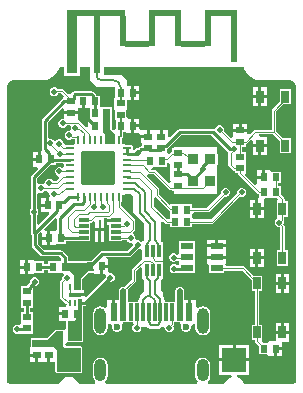
<source format=gtl>
G04*
G04 #@! TF.GenerationSoftware,Altium Limited,Altium Designer,22.10.1 (41)*
G04*
G04 Layer_Physical_Order=1*
G04 Layer_Color=255*
%FSLAX44Y44*%
%MOMM*%
G71*
G04*
G04 #@! TF.SameCoordinates,35C75811-A236-4261-A3B1-3B9E0A362E8F*
G04*
G04*
G04 #@! TF.FilePolarity,Positive*
G04*
G01*
G75*
%ADD12C,0.2500*%
G04:AMPARAMS|DCode=17|XSize=0.25mm|YSize=0.7mm|CornerRadius=0.0125mm|HoleSize=0mm|Usage=FLASHONLY|Rotation=270.000|XOffset=0mm|YOffset=0mm|HoleType=Round|Shape=RoundedRectangle|*
%AMROUNDEDRECTD17*
21,1,0.2500,0.6750,0,0,270.0*
21,1,0.2250,0.7000,0,0,270.0*
1,1,0.0250,-0.3375,-0.1125*
1,1,0.0250,-0.3375,0.1125*
1,1,0.0250,0.3375,0.1125*
1,1,0.0250,0.3375,-0.1125*
%
%ADD17ROUNDEDRECTD17*%
G04:AMPARAMS|DCode=18|XSize=0.25mm|YSize=0.7mm|CornerRadius=0.0125mm|HoleSize=0mm|Usage=FLASHONLY|Rotation=0.000|XOffset=0mm|YOffset=0mm|HoleType=Round|Shape=RoundedRectangle|*
%AMROUNDEDRECTD18*
21,1,0.2500,0.6750,0,0,0.0*
21,1,0.2250,0.7000,0,0,0.0*
1,1,0.0250,0.1125,-0.3375*
1,1,0.0250,-0.1125,-0.3375*
1,1,0.0250,-0.1125,0.3375*
1,1,0.0250,0.1125,0.3375*
%
%ADD18ROUNDEDRECTD18*%
G04:AMPARAMS|DCode=19|XSize=2.9mm|YSize=2.9mm|CornerRadius=0.145mm|HoleSize=0mm|Usage=FLASHONLY|Rotation=90.000|XOffset=0mm|YOffset=0mm|HoleType=Round|Shape=RoundedRectangle|*
%AMROUNDEDRECTD19*
21,1,2.9000,2.6100,0,0,90.0*
21,1,2.6100,2.9000,0,0,90.0*
1,1,0.2900,1.3050,1.3050*
1,1,0.2900,1.3050,-1.3050*
1,1,0.2900,-1.3050,-1.3050*
1,1,0.2900,-1.3050,1.3050*
%
%ADD19ROUNDEDRECTD19*%
%ADD20R,0.6000X0.7000*%
%ADD21R,0.6000X1.5000*%
%ADD22R,0.3000X1.5000*%
%ADD23R,0.3000X0.9900*%
G04:AMPARAMS|DCode=24|XSize=0.9mm|YSize=0.8mm|CornerRadius=0.04mm|HoleSize=0mm|Usage=FLASHONLY|Rotation=270.000|XOffset=0mm|YOffset=0mm|HoleType=Round|Shape=RoundedRectangle|*
%AMROUNDEDRECTD24*
21,1,0.9000,0.7200,0,0,270.0*
21,1,0.8200,0.8000,0,0,270.0*
1,1,0.0800,-0.3600,-0.4100*
1,1,0.0800,-0.3600,0.4100*
1,1,0.0800,0.3600,0.4100*
1,1,0.0800,0.3600,-0.4100*
%
%ADD24ROUNDEDRECTD24*%
%ADD25R,0.7000X0.6000*%
%ADD26R,0.9000X0.3000*%
%ADD28R,0.6500X1.0500*%
%ADD29R,1.0500X0.5500*%
%ADD30R,0.2000X0.6000*%
%ADD31R,0.9900X0.3500*%
%ADD51C,0.1565*%
%ADD52R,0.2500X1.6500*%
%ADD53R,2.0000X2.0000*%
%ADD54R,0.5000X3.9400*%
%ADD55R,2.7000X0.5000*%
%ADD56R,0.5000X2.6400*%
%ADD57R,2.0000X0.5000*%
%ADD58R,0.5000X4.9000*%
%ADD59R,5.0000X0.5000*%
%ADD60R,0.9000X4.9000*%
%ADD61C,0.1100*%
%ADD62C,0.1660*%
%ADD63C,0.1250*%
%ADD64C,0.2540*%
%ADD65C,0.5000*%
%ADD66C,0.6000*%
%ADD67O,1.0000X2.2000*%
%ADD68O,1.0000X1.9000*%
%ADD69C,0.5000*%
G36*
X793270Y810960D02*
X796077D01*
X797540Y810960D01*
X797750Y809047D01*
Y802250D01*
X796460Y802040D01*
Y795483D01*
X794612Y794717D01*
X789367Y799963D01*
X789324Y799992D01*
X788040Y801460D01*
Y805730D01*
X782000D01*
X775960D01*
Y802259D01*
X775534Y801974D01*
X774042D01*
X772664Y801404D01*
X771609Y800349D01*
X771038Y798970D01*
Y797479D01*
X771609Y796100D01*
X772664Y795045D01*
X774042Y794474D01*
X775534D01*
X776912Y795045D01*
X777967Y796100D01*
X778269Y796830D01*
X780547D01*
X781883Y794830D01*
X781851Y794753D01*
Y793677D01*
X781502Y792957D01*
X780261Y791874D01*
X779485D01*
X778107Y791303D01*
X777052Y790248D01*
X776481Y788870D01*
Y787378D01*
X777052Y786000D01*
X778107Y784945D01*
X779485Y784374D01*
X780977D01*
X782355Y784945D01*
X782431Y785021D01*
X782586Y784990D01*
X784887D01*
Y780994D01*
X784189D01*
Y780113D01*
X777625D01*
X777338Y779994D01*
X775434Y781152D01*
Y781718D01*
X774863Y783096D01*
X773808Y784151D01*
X772430Y784722D01*
X770938D01*
X769560Y784151D01*
X769419Y784010D01*
X767911Y783422D01*
X766817Y784022D01*
X766501Y784338D01*
X765122Y784909D01*
X763631D01*
X761925Y786367D01*
Y799082D01*
X773960Y811117D01*
X775960Y810288D01*
Y808270D01*
X782000D01*
X788040D01*
Y810960D01*
X790730D01*
Y817000D01*
X793270D01*
Y810960D01*
D02*
G37*
G36*
X928343Y844136D02*
X929759Y841487D01*
X931664Y839164D01*
X933987Y837259D01*
X936636Y835843D01*
X939510Y834971D01*
X942500Y834676D01*
Y834696D01*
X967500D01*
X967544Y834705D01*
X969304Y834355D01*
X970833Y833333D01*
X971855Y831804D01*
X972205Y830044D01*
X972196Y830000D01*
Y580000D01*
X972165D01*
X972000Y579172D01*
X971531Y578469D01*
X970828Y578000D01*
X970000Y577835D01*
Y577804D01*
X928310D01*
X927643Y579413D01*
X926241Y581241D01*
X924413Y582643D01*
X922284Y583525D01*
X922628Y585460D01*
X932540D01*
Y596730D01*
X920000D01*
X907460D01*
Y585460D01*
X917372D01*
X917716Y583525D01*
X915587Y582643D01*
X913759Y581241D01*
X912357Y579413D01*
X911691Y577804D01*
X898078D01*
X897471Y579804D01*
X897756Y579994D01*
X899137Y582061D01*
X899622Y584500D01*
Y593500D01*
X899137Y595939D01*
X897756Y598006D01*
X895689Y599387D01*
X893250Y599872D01*
X890811Y599387D01*
X888744Y598006D01*
X887363Y595939D01*
X886878Y593500D01*
Y584500D01*
X887363Y582061D01*
X888744Y579994D01*
X889028Y579804D01*
X888422Y577804D01*
X811578D01*
X810972Y579804D01*
X811256Y579994D01*
X812637Y582061D01*
X813122Y584500D01*
Y593500D01*
X812637Y595939D01*
X811256Y598006D01*
X809189Y599387D01*
X806750Y599872D01*
X804311Y599387D01*
X802244Y598006D01*
X800863Y595939D01*
X800378Y593500D01*
Y584500D01*
X800863Y582061D01*
X802244Y579994D01*
X802529Y579804D01*
X801922Y577804D01*
X788309D01*
X787643Y579413D01*
X786241Y581241D01*
X784413Y582643D01*
X782284Y583525D01*
X780000Y583825D01*
X777716Y583525D01*
X775587Y582643D01*
X773759Y581241D01*
X772357Y579413D01*
X771690Y577804D01*
X730000Y577804D01*
Y577835D01*
X729172Y578000D01*
X728469Y578469D01*
X728000Y579172D01*
X727835Y580000D01*
X727804D01*
Y830000D01*
X727795Y830044D01*
X728145Y831804D01*
X729167Y833333D01*
X730696Y834355D01*
X732456Y834705D01*
X732500Y834696D01*
X757500D01*
Y834676D01*
X760490Y834971D01*
X763364Y835843D01*
X766013Y837259D01*
X768336Y839164D01*
X770241Y841487D01*
X771657Y844136D01*
X772071Y845500D01*
X775460D01*
Y837960D01*
X789540D01*
Y845500D01*
X797500D01*
Y835000D01*
X803500Y829000D01*
X818970D01*
Y820030D01*
X818470D01*
X818470Y809970D01*
X819250Y808293D01*
Y800750D01*
X819750D01*
Y792992D01*
X817750Y792163D01*
X816353Y793560D01*
Y810000D01*
X816250Y810249D01*
Y811750D01*
X808043D01*
X807595Y811875D01*
X806250Y812957D01*
Y821750D01*
X802799D01*
Y821871D01*
X802605Y822847D01*
X802052Y823674D01*
X800588Y825138D01*
X799761Y825691D01*
X798785Y825885D01*
X785396D01*
X784421Y825691D01*
X783594Y825138D01*
X782129Y823674D01*
X781845Y823249D01*
X780201Y822834D01*
X779534Y822827D01*
X775686Y826675D01*
X775090Y827073D01*
X774388Y827213D01*
X770414D01*
X769630Y827997D01*
X768251Y828568D01*
X766760D01*
X765381Y827997D01*
X764326Y826942D01*
X763756Y825564D01*
Y824072D01*
X764326Y822693D01*
X765381Y821639D01*
X766760Y821068D01*
X768251D01*
X769630Y821639D01*
X770685Y822693D01*
X771036Y823542D01*
X773628D01*
X775707Y821463D01*
X775262Y819433D01*
X775102Y819240D01*
X774412Y818778D01*
X757574Y801940D01*
X757021Y801114D01*
X756827Y800138D01*
Y776624D01*
X757021Y775648D01*
X756150Y773975D01*
Y767620D01*
X754880D01*
Y766350D01*
X749340D01*
Y761580D01*
X753123D01*
X753888Y759732D01*
X748699Y754543D01*
X748147Y753716D01*
X747953Y752741D01*
Y726038D01*
X747322Y725408D01*
X746752Y724030D01*
Y722538D01*
X747322Y721160D01*
X747953Y720529D01*
Y705498D01*
X748147Y704523D01*
X748451Y704067D01*
Y694784D01*
X748645Y693809D01*
X749198Y692982D01*
X755982Y686198D01*
X756809Y685645D01*
X757784Y685451D01*
X771944D01*
X773088Y684307D01*
Y681802D01*
X772537Y681250D01*
X770750Y681250D01*
X770250Y681250D01*
X762250D01*
Y679049D01*
X758750D01*
Y681250D01*
X751506D01*
X750040Y682540D01*
X748784Y682540D01*
X745770D01*
Y676500D01*
Y670460D01*
X750040D01*
X751506Y671750D01*
X758750D01*
Y673951D01*
X762250D01*
Y671750D01*
X770250D01*
X770750Y671750D01*
X772250D01*
X772750Y671750D01*
X774834D01*
X774845Y671733D01*
X775447Y669750D01*
X774821Y669124D01*
X774250Y667746D01*
Y666442D01*
X772868Y665061D01*
X772454Y664440D01*
X772309Y663709D01*
Y651398D01*
X772454Y650667D01*
X772868Y650046D01*
X777505Y645409D01*
X778058Y645040D01*
X778097Y644856D01*
X777726Y643040D01*
X771460D01*
Y638270D01*
X777000D01*
Y635730D01*
X771460D01*
Y630960D01*
X777647D01*
Y624171D01*
X777177Y623693D01*
X775647Y623085D01*
X775000Y623353D01*
X769000D01*
X768043Y622957D01*
X767837Y622750D01*
X767750D01*
Y622663D01*
X761440Y616353D01*
X749000D01*
X748751Y616250D01*
X748250D01*
Y616042D01*
X748043Y615957D01*
X747647Y615000D01*
Y609255D01*
X746960Y607540D01*
X746960Y607540D01*
X746960Y607540D01*
Y603270D01*
X753000D01*
Y602000D01*
X754270D01*
Y596460D01*
X761730D01*
Y602000D01*
X764270D01*
Y596460D01*
X768647D01*
Y588000D01*
X768750Y587751D01*
Y586750D01*
X769751D01*
X770000Y586647D01*
X790000D01*
X790249Y586750D01*
X791250D01*
Y587751D01*
X791353Y588000D01*
Y607919D01*
X791353Y608000D01*
X791353Y608000D01*
X791352Y608003D01*
X791353Y608005D01*
X791250Y609250D01*
X790000Y609353D01*
X789999Y609353D01*
X789995Y609353D01*
X789995Y609353D01*
X789914Y609353D01*
X789292Y609350D01*
X778250Y609308D01*
X776925Y610911D01*
X777098Y611557D01*
X779000Y612647D01*
X791000D01*
X791957Y613043D01*
X792353Y614000D01*
Y631000D01*
Y643951D01*
X793500D01*
X794475Y644145D01*
X795302Y644698D01*
X814355Y663750D01*
X815746D01*
X817124Y664321D01*
X818179Y665376D01*
X818750Y666754D01*
Y668246D01*
X818179Y669624D01*
X817124Y670679D01*
X815746Y671250D01*
X814254Y671250D01*
X813540Y673098D01*
Y675730D01*
X809270D01*
Y670960D01*
X810374D01*
X810689Y670669D01*
X811546Y668960D01*
X811250Y668246D01*
Y667855D01*
X794338Y650943D01*
X792490Y651708D01*
Y651730D01*
X785000D01*
Y654270D01*
X792490D01*
Y657290D01*
X791353D01*
Y666440D01*
X796560Y671647D01*
X800745D01*
X802460Y670960D01*
Y670960D01*
X806730D01*
Y677000D01*
X808000D01*
Y678270D01*
X813540D01*
Y683040D01*
X812139D01*
X811070Y685040D01*
X811085Y685063D01*
X830610D01*
X831585Y685257D01*
X832412Y685809D01*
X838275Y691672D01*
X839116D01*
X839960Y692022D01*
X841498Y691309D01*
X841960Y690880D01*
Y683313D01*
X841922Y683288D01*
X833685Y675051D01*
X833288Y674455D01*
X833148Y673753D01*
Y665743D01*
X827035Y659630D01*
X826746Y659750D01*
X826369D01*
X826000Y659824D01*
X825631Y659750D01*
X825254D01*
X824906Y659606D01*
X824537Y659532D01*
X824224Y659323D01*
X823876Y659179D01*
X823610Y658913D01*
X823296Y658704D01*
X823087Y658391D01*
X822821Y658124D01*
X822677Y657776D01*
X822468Y657463D01*
X822394Y657094D01*
X822250Y656746D01*
Y656369D01*
X822177Y656000D01*
Y648540D01*
X819270D01*
Y638500D01*
X816730D01*
Y648540D01*
X812460D01*
Y643030D01*
X810460Y642038D01*
X809189Y642887D01*
X806750Y643372D01*
X804311Y642887D01*
X802244Y641506D01*
X800863Y639439D01*
X800378Y637000D01*
Y625000D01*
X800863Y622561D01*
X802244Y620494D01*
X804311Y619113D01*
X806750Y618628D01*
X809189Y619113D01*
X811256Y620494D01*
X812637Y622561D01*
X813122Y625000D01*
Y628460D01*
X815254D01*
X816750Y626845D01*
Y625155D01*
X817397Y623593D01*
X818593Y622397D01*
X820155Y621750D01*
X821845D01*
X823407Y622397D01*
X824603Y623593D01*
X825250Y625155D01*
Y626845D01*
X824875Y627750D01*
X825723Y629449D01*
X826047Y629750D01*
X834334D01*
X834345Y629733D01*
X834947Y627750D01*
X834321Y627124D01*
X833750Y625746D01*
Y624254D01*
X834321Y622876D01*
X835376Y621821D01*
X836754Y621250D01*
X838246D01*
X839624Y621821D01*
X840679Y622876D01*
X841250Y624254D01*
Y625746D01*
X841420Y626000D01*
X846375D01*
X847175Y625200D01*
X848289Y624455D01*
X849604Y624194D01*
X849604Y624194D01*
X855396D01*
X855396Y624194D01*
X856711Y624455D01*
X857825Y625200D01*
X858217Y625591D01*
X860418Y625500D01*
X861243Y624515D01*
Y624371D01*
X861814Y622993D01*
X862869Y621938D01*
X864247Y621367D01*
X865739D01*
X867117Y621938D01*
X868172Y622993D01*
X868743Y624371D01*
Y625863D01*
X868373Y626756D01*
X868798Y627181D01*
X869195Y627776D01*
X869335Y628479D01*
Y629750D01*
X873953D01*
X874277Y629449D01*
X875125Y627750D01*
X874750Y626845D01*
Y625155D01*
X875397Y623593D01*
X876593Y622397D01*
X878155Y621750D01*
X879845D01*
X881407Y622397D01*
X882603Y623593D01*
X883250Y625155D01*
Y626845D01*
X884746Y628460D01*
X886878D01*
Y625000D01*
X887363Y622561D01*
X888744Y620494D01*
X890811Y619113D01*
X893250Y618628D01*
X895689Y619113D01*
X897756Y620494D01*
X899137Y622561D01*
X899622Y625000D01*
Y637000D01*
X899137Y639439D01*
X897756Y641506D01*
X895689Y642887D01*
X893250Y643372D01*
X890811Y642887D01*
X889540Y642038D01*
X887540Y643030D01*
Y648540D01*
X883270D01*
Y638500D01*
X880730D01*
Y648540D01*
X877823D01*
Y656000D01*
X877750Y656369D01*
Y656746D01*
X877606Y657094D01*
X877532Y657463D01*
X877323Y657776D01*
X877179Y658124D01*
X876913Y658391D01*
X876704Y658704D01*
X876390Y658913D01*
X876124Y659179D01*
X875776Y659323D01*
X875463Y659532D01*
X875094Y659606D01*
X874746Y659750D01*
X874369D01*
X874000Y659824D01*
X873631Y659750D01*
X873254D01*
X872906Y659606D01*
X872537Y659532D01*
X872224Y659323D01*
X871876Y659179D01*
X871610Y658913D01*
X871296Y658704D01*
X871087Y658391D01*
X870821Y658124D01*
X870677Y657776D01*
X870468Y657463D01*
X870394Y657094D01*
X870250Y656746D01*
Y656369D01*
X870176Y656000D01*
Y647250D01*
X861540D01*
Y648540D01*
X860936D01*
Y649653D01*
X860675Y650968D01*
X860000Y651977D01*
Y655000D01*
X858000Y657000D01*
Y664875D01*
X858300Y665174D01*
X858300Y665174D01*
X859044Y666289D01*
X859078Y666460D01*
X860040D01*
Y680560D01*
X860040Y681440D01*
X860040D01*
Y682560D01*
X860040D01*
Y697540D01*
X859078D01*
X859044Y697711D01*
X858300Y698826D01*
X858300Y698826D01*
X858000Y699125D01*
Y714237D01*
X860000Y715065D01*
X861363Y713702D01*
X861958Y713304D01*
X862661Y713165D01*
X865750D01*
Y710250D01*
X873750D01*
X874250Y710250D01*
X875750D01*
X876250Y710250D01*
X884250D01*
Y713165D01*
X900893D01*
X901595Y713304D01*
X902190Y713702D01*
X924773Y736285D01*
X925687Y735906D01*
X927179D01*
X928558Y736477D01*
X929612Y737532D01*
X930183Y738910D01*
Y740402D01*
X929612Y741780D01*
X928558Y742835D01*
X927179Y743406D01*
X925687D01*
X924309Y742835D01*
X923254Y741780D01*
X922683Y740402D01*
Y739386D01*
X900133Y716835D01*
X885664D01*
X884250Y718250D01*
X884250Y719750D01*
X884250Y721750D01*
X885664Y723165D01*
X897854D01*
X898557Y723304D01*
X899152Y723702D01*
X911658Y736208D01*
X911947Y736088D01*
X913438D01*
X914817Y736659D01*
X915872Y737714D01*
X916443Y739092D01*
Y740584D01*
X915872Y741963D01*
X914817Y743017D01*
X913438Y743588D01*
X911947D01*
X910568Y743017D01*
X909513Y741963D01*
X908943Y740584D01*
Y739092D01*
X909062Y738803D01*
X897094Y726835D01*
X884250D01*
Y729750D01*
X876250D01*
X875750Y729750D01*
X874250D01*
X873750Y729750D01*
X865750D01*
Y729750D01*
X865036Y729454D01*
X856141Y738349D01*
Y742844D01*
X856001Y743546D01*
X855603Y744141D01*
X845922Y753822D01*
X847107Y755436D01*
X847304Y755304D01*
X848007Y755165D01*
X851623D01*
X864580Y742208D01*
X865175Y741810D01*
X865878Y741670D01*
X867250D01*
Y740750D01*
X869189D01*
Y738494D01*
X905000Y738494D01*
X905000Y762076D01*
X905619Y763003D01*
X905848Y764150D01*
Y772350D01*
X905619Y773497D01*
X905000Y774424D01*
Y778494D01*
X869189D01*
Y777250D01*
X867250D01*
Y774156D01*
X866792Y774065D01*
X866197Y773668D01*
X864376Y771847D01*
X862750Y773049D01*
Y776355D01*
X862952Y776395D01*
X863779Y776948D01*
X875078Y788246D01*
X900690D01*
X914238Y774698D01*
X915059Y773641D01*
X915049Y772773D01*
Y763081D01*
X915189Y762378D01*
X915586Y761783D01*
X918667Y758702D01*
X919262Y758304D01*
X919965Y758165D01*
X920250D01*
Y755750D01*
X923266D01*
X923356Y755292D01*
X923754Y754697D01*
X939697Y738754D01*
X940292Y738356D01*
X940750Y738266D01*
Y735540D01*
X940750Y735250D01*
X940520Y734688D01*
Y727020D01*
X945040D01*
Y733250D01*
X945040Y733540D01*
X945740Y735250D01*
X948750D01*
X949250Y735250D01*
X950750D01*
X951250Y735250D01*
X955933D01*
X956706Y734250D01*
X956250Y732250D01*
X956250D01*
Y719250D01*
X956250D01*
X955931Y717382D01*
X955867Y717355D01*
X954812Y716301D01*
X954241Y714922D01*
Y713430D01*
X954812Y712052D01*
X955867Y710997D01*
X957245Y710426D01*
X958737D01*
X958915Y708578D01*
Y690750D01*
X956250D01*
Y677750D01*
X965250D01*
Y690750D01*
X962585D01*
Y711066D01*
X962446Y711768D01*
X962048Y712364D01*
X961519Y712893D01*
X961741Y713430D01*
Y714922D01*
X961685Y715057D01*
X961974Y715346D01*
X962388Y715966D01*
X962534Y716697D01*
Y719250D01*
X965250D01*
Y732250D01*
X962662D01*
Y733750D01*
X962516Y734482D01*
X962102Y735102D01*
X959250Y737954D01*
Y744750D01*
X956912D01*
Y747750D01*
X959250D01*
Y757250D01*
X952006D01*
X950540Y758540D01*
X949284Y758540D01*
X946270D01*
Y752500D01*
X945000D01*
Y751230D01*
X939460D01*
Y747010D01*
X937657Y745985D01*
X929206Y754436D01*
X929750Y755750D01*
X929750D01*
Y764250D01*
X929750D01*
Y765750D01*
X929750D01*
Y774250D01*
X926912D01*
Y778250D01*
X929750D01*
Y780752D01*
X930374Y780877D01*
X930995Y781291D01*
X934112Y784409D01*
X935960Y783643D01*
Y780520D01*
X941750D01*
X947540D01*
Y787040D01*
X941710D01*
X940641Y789040D01*
X940673Y789088D01*
X952708D01*
X958750Y783046D01*
Y772750D01*
X967750D01*
Y785750D01*
X961454D01*
X955412Y791792D01*
Y808208D01*
X961454Y814250D01*
X967750D01*
Y827250D01*
X958750D01*
Y816954D01*
X952148Y810352D01*
X951734Y809732D01*
X951588Y809000D01*
Y792912D01*
X938000D01*
X937268Y792766D01*
X936648Y792352D01*
X933040Y788744D01*
X931040Y789572D01*
Y791230D01*
X925000D01*
Y792500D01*
D01*
Y791230D01*
X918960D01*
Y787055D01*
X917479Y785707D01*
X911227Y791959D01*
X911315Y792171D01*
Y793663D01*
X910744Y795041D01*
X909690Y796096D01*
X908311Y796667D01*
X906820D01*
X905441Y796096D01*
X904386Y795041D01*
X904192Y794573D01*
X903134Y793550D01*
X901815Y793330D01*
X901746Y793344D01*
X874022D01*
X873047Y793150D01*
X872220Y792598D01*
X865888Y786266D01*
X864040Y787031D01*
Y792540D01*
X859270D01*
Y787000D01*
X856730D01*
Y792540D01*
X851960D01*
Y792540D01*
X848270D01*
Y787000D01*
X847000D01*
Y785730D01*
X840960D01*
Y781460D01*
X842250Y781250D01*
Y778656D01*
X841214D01*
X840239Y778462D01*
X839412Y777909D01*
X838395Y776893D01*
X837504D01*
X836126Y776322D01*
X835711Y775907D01*
X835377Y775992D01*
X833863Y776888D01*
Y778625D01*
X833427Y779677D01*
X832375Y780113D01*
X827500D01*
Y780994D01*
X825113D01*
Y785897D01*
X825465Y786249D01*
X825915Y786921D01*
X826072Y787714D01*
Y791250D01*
X828250D01*
X828460Y789960D01*
X832730D01*
Y796000D01*
Y802040D01*
X830506D01*
X828750Y804040D01*
Y808293D01*
X829530Y809970D01*
X829530Y810927D01*
Y817960D01*
X832730D01*
Y824000D01*
Y830040D01*
X829000D01*
Y835000D01*
X825000Y839000D01*
X810000D01*
Y845500D01*
X927929D01*
X928343Y844136D01*
D02*
G37*
G36*
X815000Y793000D02*
X819000Y789000D01*
Y781000D01*
X811000D01*
Y789000D01*
X809000Y791000D01*
Y810000D01*
X815000D01*
Y793000D01*
D02*
G37*
G36*
X865960Y764009D02*
Y757460D01*
Y749460D01*
X866432Y749383D01*
X866564Y748243D01*
X864658Y747321D01*
X853681Y758298D01*
X853086Y758696D01*
X852383Y758835D01*
X850130D01*
X849853Y759250D01*
X850922Y761250D01*
X853250D01*
Y761250D01*
X854750D01*
Y761250D01*
X863250D01*
Y764542D01*
X863960Y765044D01*
X865960Y764009D01*
D02*
G37*
G36*
X776137Y763625D02*
Y761482D01*
X775840Y761216D01*
X774365Y760425D01*
X774111Y760679D01*
X772733Y761250D01*
X771241D01*
X769863Y760679D01*
X768808Y759624D01*
X768237Y758246D01*
Y756754D01*
X768808Y755376D01*
X769863Y754321D01*
X770971Y753862D01*
X771465Y752748D01*
X771687Y751750D01*
X769273Y749335D01*
X766672D01*
X766552Y749624D01*
X765498Y750679D01*
X764119Y751250D01*
X762627D01*
X761249Y750679D01*
X760194Y749624D01*
X759623Y748246D01*
Y747735D01*
X759244Y747340D01*
X757719Y746524D01*
X756871Y746875D01*
X755379D01*
X755051Y746739D01*
X753051Y747967D01*
Y751685D01*
X764235Y762870D01*
X769130D01*
Y764951D01*
X774521D01*
X776137Y763625D01*
D02*
G37*
G36*
X763337Y739496D02*
Y738004D01*
X763736Y737040D01*
X763270Y735951D01*
Y729000D01*
X762000D01*
Y727730D01*
X756460D01*
Y722960D01*
X762742D01*
X763508Y721112D01*
X754898Y712503D01*
X753051Y713269D01*
Y720529D01*
X753681Y721160D01*
X754252Y722538D01*
Y724030D01*
X753681Y725408D01*
X753051Y726038D01*
Y738283D01*
X755051Y739511D01*
X755379Y739375D01*
X756871D01*
X758249Y739946D01*
X759304Y741001D01*
X759392Y741213D01*
X761883D01*
X763337Y739496D01*
D02*
G37*
G36*
X834000Y737033D02*
Y722883D01*
X844000Y712883D01*
Y699125D01*
X843700Y698826D01*
X843373Y698335D01*
X842979Y698165D01*
X841466Y698007D01*
X841257Y698049D01*
X840494Y698601D01*
X839116Y699172D01*
X837967D01*
X837217Y699644D01*
X836250Y700768D01*
Y701746D01*
X835679Y703124D01*
X834968Y703835D01*
X834632Y705127D01*
X834641Y706337D01*
X835834Y707530D01*
X836249Y708150D01*
X836394Y708882D01*
Y715571D01*
X836249Y716303D01*
X835834Y716923D01*
X824412Y728346D01*
Y731463D01*
X824677Y731573D01*
X825113Y732625D01*
Y737500D01*
X827500D01*
Y738658D01*
X832375D01*
X834000Y737033D01*
D02*
G37*
G36*
X864697Y724603D02*
X865292Y724205D01*
X865750Y724114D01*
Y720250D01*
X865750D01*
Y719750D01*
X865750D01*
Y716835D01*
X863421D01*
X851741Y728515D01*
Y734730D01*
X853741Y735558D01*
X864697Y724603D01*
D02*
G37*
G36*
X768970Y718166D02*
X769951Y717518D01*
Y708456D01*
X768540Y707040D01*
X767284Y707040D01*
X764270D01*
Y701000D01*
Y694960D01*
X768540D01*
X770006Y696250D01*
X777250D01*
Y698451D01*
X786750D01*
Y698250D01*
X798250D01*
Y703250D01*
Y714088D01*
X798428D01*
X799159Y714234D01*
X799780Y714648D01*
X800362Y715231D01*
X802210Y714465D01*
Y709770D01*
X806000D01*
X809790D01*
Y717789D01*
X812460D01*
Y717270D01*
X819500D01*
Y714730D01*
X812460D01*
Y711960D01*
X813750D01*
Y698250D01*
X825250D01*
Y699088D01*
X829233D01*
X829321Y698876D01*
X830376Y697821D01*
X831754Y697250D01*
X832903D01*
X833606Y696807D01*
X834524Y695131D01*
X829554Y690161D01*
X808111D01*
X807136Y689967D01*
X806309Y689414D01*
X798645Y681750D01*
X793750D01*
Y681290D01*
X779049D01*
Y684500D01*
X778855Y685475D01*
X778302Y686302D01*
X774802Y689802D01*
X773976Y690355D01*
X773000Y690549D01*
X758840D01*
X753549Y695840D01*
Y703944D01*
X755460Y705855D01*
X757460Y705027D01*
Y702270D01*
X761730D01*
Y707040D01*
X759473D01*
X758645Y709040D01*
X768006Y718402D01*
X768970Y718166D01*
D02*
G37*
G36*
X795773Y678667D02*
X795645Y678475D01*
X795451Y677500D01*
Y677000D01*
X795645Y676025D01*
X796198Y675198D01*
X797025Y674645D01*
X798000Y674451D01*
X798975Y674645D01*
X799730Y675149D01*
X800124Y675065D01*
X801000Y674704D01*
Y673000D01*
X796000D01*
X790000Y667000D01*
Y657000D01*
X784000D01*
Y670000D01*
X781000Y673000D01*
X777874D01*
X777706Y673481D01*
X777663Y674270D01*
X778302Y674698D01*
X778855Y675525D01*
X779049Y676500D01*
Y679937D01*
X795094D01*
X795773Y678667D01*
D02*
G37*
G36*
X841960Y675521D02*
Y666460D01*
X842922D01*
X842955Y666289D01*
X843700Y665174D01*
X844000Y664875D01*
Y656000D01*
X840000Y652000D01*
Y650778D01*
X839263Y649676D01*
X839037Y648540D01*
X838460D01*
Y647250D01*
X829824D01*
Y656000D01*
X829750Y656369D01*
Y656746D01*
X829630Y657035D01*
X836281Y663685D01*
X836679Y664281D01*
X836818Y664983D01*
Y672993D01*
X840112Y676287D01*
X841960Y675521D01*
D02*
G37*
G36*
X791000Y631000D02*
Y614000D01*
X779000D01*
Y631000D01*
X785000D01*
X788000Y635000D01*
Y649518D01*
X791000D01*
Y631000D01*
D02*
G37*
G36*
X775000Y610000D02*
X776547Y607948D01*
X790000Y608000D01*
Y588000D01*
X770000D01*
Y606000D01*
X767000Y609000D01*
X749000D01*
Y615000D01*
X762000D01*
X769000Y622000D01*
X775000D01*
Y610000D01*
D02*
G37*
%LPC*%
G36*
X839540Y830040D02*
X835270D01*
Y825270D01*
X839540D01*
Y830040D01*
D02*
G37*
G36*
X947540Y828540D02*
X943020D01*
Y822020D01*
X947540D01*
Y828540D01*
D02*
G37*
G36*
X940480D02*
X935960D01*
Y822020D01*
X940480D01*
Y828540D01*
D02*
G37*
G36*
X839540Y822730D02*
X835270D01*
Y817960D01*
X839540D01*
Y822730D01*
D02*
G37*
G36*
X947540Y819480D02*
X943020D01*
Y812960D01*
X947540D01*
Y819480D01*
D02*
G37*
G36*
X940480D02*
X935960D01*
Y812960D01*
X940480D01*
Y819480D01*
D02*
G37*
G36*
X835270Y802040D02*
Y797270D01*
X839540D01*
Y802040D01*
X835270D01*
D02*
G37*
G36*
X931040Y798040D02*
X926270D01*
Y793770D01*
X931040D01*
Y798040D01*
D02*
G37*
G36*
X923730D02*
X918960D01*
Y793770D01*
X923730D01*
Y798040D01*
D02*
G37*
G36*
X839540Y794730D02*
X835270D01*
Y789960D01*
X839540D01*
X840960Y788560D01*
Y788270D01*
X845730D01*
Y792540D01*
X840960D01*
X839540Y793940D01*
Y794730D01*
D02*
G37*
G36*
X947540Y777980D02*
X943020D01*
Y771460D01*
X947540D01*
Y777980D01*
D02*
G37*
G36*
X940480D02*
X935960D01*
Y771460D01*
X940480D01*
Y777980D01*
D02*
G37*
G36*
X753610Y773660D02*
X749340D01*
Y768890D01*
X753610D01*
Y773660D01*
D02*
G37*
G36*
X943730Y758540D02*
X939460D01*
Y753770D01*
X943730D01*
Y758540D01*
D02*
G37*
G36*
X937980Y733540D02*
X933460D01*
Y727020D01*
X937980D01*
Y733540D01*
D02*
G37*
G36*
X945040Y724480D02*
X940520D01*
Y717960D01*
X945040D01*
Y724480D01*
D02*
G37*
G36*
X937980D02*
X933460D01*
Y717960D01*
X937980D01*
Y724480D01*
D02*
G37*
G36*
X912790Y699790D02*
X906270D01*
Y695770D01*
X912790D01*
Y699790D01*
D02*
G37*
G36*
X903730D02*
X897210D01*
Y695770D01*
X903730D01*
Y699790D01*
D02*
G37*
G36*
X886500Y698500D02*
X873500D01*
Y691000D01*
X873500Y690500D01*
Y689000D01*
X873500Y688500D01*
Y687620D01*
X873095Y687389D01*
X871500Y687007D01*
X870783Y687724D01*
X869405Y688295D01*
X867913D01*
X866535Y687724D01*
X865480Y686669D01*
X864909Y685291D01*
Y683799D01*
X865480Y682421D01*
X866535Y681366D01*
X867913Y680795D01*
X869405D01*
X870783Y681366D01*
X871500Y682083D01*
X873095Y681701D01*
X873500Y681469D01*
X873500Y681000D01*
Y679500D01*
X873500Y679000D01*
Y678163D01*
X871500Y677803D01*
X871124Y678179D01*
X869746Y678750D01*
X868254D01*
X866876Y678179D01*
X865821Y677124D01*
X865250Y675746D01*
Y674254D01*
X865821Y672876D01*
X866876Y671821D01*
X868254Y671250D01*
X869746D01*
X871124Y671821D01*
X871500Y672197D01*
X873500Y671837D01*
Y671500D01*
X886500D01*
Y679000D01*
X886500Y679500D01*
Y681000D01*
X886500Y681500D01*
Y688500D01*
X886500Y689000D01*
Y690500D01*
X886500Y691000D01*
Y698500D01*
D02*
G37*
G36*
X912790Y693230D02*
X905000D01*
X897210D01*
Y689210D01*
Y686270D01*
X905000D01*
X912790D01*
Y689210D01*
Y693230D01*
D02*
G37*
G36*
X945040Y692040D02*
X940520D01*
Y685520D01*
X945040D01*
Y692040D01*
D02*
G37*
G36*
X937980D02*
X933460D01*
Y685520D01*
X937980D01*
Y692040D01*
D02*
G37*
G36*
X743230Y682540D02*
X738960D01*
Y677770D01*
X743230D01*
Y682540D01*
D02*
G37*
G36*
X945040Y682980D02*
X940520D01*
Y676460D01*
X945040D01*
Y682980D01*
D02*
G37*
G36*
X937980D02*
X933460D01*
Y676460D01*
X937980D01*
Y682980D01*
D02*
G37*
G36*
X743230Y675230D02*
X738960D01*
Y670460D01*
X743230D01*
Y675230D01*
D02*
G37*
G36*
X966540Y670540D02*
X962020D01*
Y664020D01*
X966540D01*
Y670540D01*
D02*
G37*
G36*
X959480D02*
X954960D01*
Y664020D01*
X959480D01*
Y670540D01*
D02*
G37*
G36*
X966540Y661480D02*
X962020D01*
Y654960D01*
X966540D01*
Y661480D01*
D02*
G37*
G36*
X959480D02*
X954960D01*
Y654960D01*
X959480D01*
Y661480D01*
D02*
G37*
G36*
X751746Y667750D02*
X750254D01*
X748876Y667179D01*
X747821Y666124D01*
X747250Y664746D01*
Y663855D01*
X744948Y661552D01*
X744411Y660750D01*
X739750D01*
Y652750D01*
X739750Y652250D01*
Y650750D01*
X739750Y650250D01*
Y642250D01*
X741951D01*
Y638750D01*
X739750D01*
Y630750D01*
X739750Y630250D01*
Y628483D01*
X739295Y628056D01*
X737750Y627338D01*
X736912Y627685D01*
X735421D01*
X734042Y627114D01*
X732987Y626059D01*
X732416Y624681D01*
Y623189D01*
X732987Y621811D01*
X734042Y620756D01*
X735421Y620185D01*
X736912D01*
X737750Y620532D01*
X739750Y620250D01*
Y620250D01*
X749250D01*
Y628250D01*
X749250Y628750D01*
Y630250D01*
X749250Y630750D01*
Y638750D01*
X747049D01*
Y642250D01*
X749250D01*
Y650250D01*
X749250Y650750D01*
Y652250D01*
X749250Y652750D01*
Y658004D01*
X749299Y658250D01*
Y658694D01*
X750855Y660250D01*
X751746D01*
X753124Y660821D01*
X754179Y661876D01*
X754750Y663254D01*
Y664746D01*
X754179Y666124D01*
X753124Y667179D01*
X751746Y667750D01*
D02*
G37*
G36*
X966540Y629040D02*
X962020D01*
Y622520D01*
X966540D01*
Y629040D01*
D02*
G37*
G36*
X959480D02*
X954960D01*
Y622520D01*
X959480D01*
Y629040D01*
D02*
G37*
G36*
X960540Y606230D02*
X956270D01*
Y601460D01*
X960540D01*
Y606230D01*
D02*
G37*
G36*
X912790Y683730D02*
X905000D01*
X897210D01*
Y679710D01*
X898500Y678244D01*
Y671500D01*
X911500D01*
Y673588D01*
X926731D01*
X934750Y665570D01*
Y656250D01*
X937338D01*
Y627750D01*
X934750D01*
Y614750D01*
X937338D01*
Y613750D01*
X937484Y613018D01*
X937898Y612398D01*
X940750Y609547D01*
Y602750D01*
X947994D01*
X949460Y601460D01*
X950716Y601460D01*
X953730D01*
Y607500D01*
X955000D01*
Y608770D01*
X960540D01*
Y613460D01*
X966540D01*
Y619980D01*
X960750D01*
X954960D01*
Y613540D01*
X949460Y613540D01*
X947994Y612250D01*
X944907D01*
X943551Y614250D01*
X943750Y614750D01*
X943750D01*
Y627750D01*
X941162D01*
Y656250D01*
X943750D01*
Y669250D01*
X936477D01*
X928875Y676852D01*
X928255Y677266D01*
X927523Y677412D01*
X913431D01*
X912527Y679412D01*
X912790Y679710D01*
X912790Y680966D01*
Y683730D01*
D02*
G37*
G36*
X932540Y610540D02*
X921270D01*
Y599270D01*
X932540D01*
Y610540D01*
D02*
G37*
G36*
X918730D02*
X907460D01*
Y599270D01*
X918730D01*
Y610540D01*
D02*
G37*
G36*
X751730Y600730D02*
X746960D01*
Y596460D01*
X751730D01*
Y600730D01*
D02*
G37*
G36*
X760730Y735040D02*
X756460D01*
Y730270D01*
X760730D01*
Y735040D01*
D02*
G37*
G36*
X809790Y707230D02*
X807270D01*
Y697710D01*
X809790D01*
Y707230D01*
D02*
G37*
G36*
X804730D02*
X802210D01*
Y697710D01*
X804730D01*
Y707230D01*
D02*
G37*
G36*
X761730Y699730D02*
X757460D01*
Y694960D01*
X761730D01*
Y699730D01*
D02*
G37*
%LPD*%
D12*
X736449Y624217D02*
X744218D01*
X736166Y623935D02*
X736449Y624217D01*
X744218D02*
X744500Y624500D01*
X750502Y705498D02*
Y752741D01*
X764880Y767120D02*
Y767620D01*
X750502Y752741D02*
X764880Y767120D01*
X750502Y705498D02*
X751000Y705000D01*
X916041Y776500D02*
X919379D01*
X919629Y776250D01*
X874022Y790795D02*
X901746D01*
X916041Y776500D01*
X776215Y816976D02*
X781976D01*
X772500Y704018D02*
X774009Y702509D01*
X775518Y701000D01*
X893115Y758615D02*
Y761615D01*
X899250Y767750D01*
X884750Y750250D02*
X893115Y758615D01*
X880000Y755000D02*
X884750Y750250D01*
Y749750D02*
Y750250D01*
X872000Y755000D02*
X880000D01*
X872000D02*
Y763000D01*
X899250Y767750D02*
Y768250D01*
X782182Y817000D02*
X783932Y818750D01*
Y821871D02*
X785396Y823336D01*
X798785D02*
X800250Y821871D01*
Y818750D02*
X802000Y817000D01*
X782000Y817000D02*
X782182D01*
X783932Y818750D02*
Y821871D01*
X785396Y823336D02*
X798785D01*
X800250Y818750D02*
Y821871D01*
X781976Y816976D02*
X782000Y817000D01*
X861977Y778750D02*
X874022Y790795D01*
X856875Y775875D02*
X859750Y778750D01*
X861977D01*
X759376Y776624D02*
Y800138D01*
X776215Y816976D01*
X759376Y776624D02*
X763229Y772771D01*
X780000Y701000D02*
X792500D01*
X775518D02*
X776000D01*
X780000D01*
X772500Y704018D02*
Y717926D01*
X814500Y667500D02*
X815000D01*
X793500Y646500D02*
X814500Y667500D01*
X789000Y646500D02*
X793500D01*
X744500Y656500D02*
X745000D01*
X746750Y658250D02*
Y659750D01*
X751000Y664000D01*
X745000Y656500D02*
X746750Y658250D01*
X744500Y634500D02*
Y646500D01*
X751000Y705000D02*
X770250Y724250D01*
X772000Y729500D02*
X773750Y731250D01*
X751000Y694784D02*
X757784Y688000D01*
X751000Y694784D02*
Y705000D01*
X780482Y735851D02*
X787500D01*
X770250Y724250D02*
Y727250D01*
X763229Y769271D02*
Y772771D01*
X802000Y807000D02*
Y817500D01*
X775882Y731250D02*
X780482Y735851D01*
X770250Y727250D02*
X772000Y729000D01*
X773000Y688000D02*
X776500Y684500D01*
X773750Y731250D02*
X775882D01*
X776500Y676500D02*
Y684500D01*
X772000Y729000D02*
Y729500D01*
X763229Y769271D02*
X764880Y767620D01*
X757784Y688000D02*
X773000D01*
X766072Y767500D02*
X781000D01*
X848125Y775875D02*
X856875D01*
X847000Y777000D02*
X848125Y775875D01*
X829000Y772500D02*
X836931D01*
X837573Y773143D01*
X838250D01*
X841214Y776107D01*
X829000Y772500D02*
Y777500D01*
X841214Y776107D02*
X846107D01*
X847000Y777000D01*
X838370Y695372D02*
Y695422D01*
X830610Y687612D02*
X838370Y695372D01*
X808111Y687612D02*
X830610D01*
X798000Y677500D02*
X808111Y687612D01*
X798000Y677000D02*
Y677500D01*
X772500Y717926D02*
X784181Y729607D01*
X790695D01*
X754500Y676500D02*
X766500D01*
X879500Y675000D02*
X880000Y675500D01*
X869000Y675000D02*
X879500D01*
X790695Y729607D02*
X792511Y731422D01*
X792500Y734091D02*
Y736989D01*
Y734091D02*
X792511Y734080D01*
Y731422D02*
Y734080D01*
D17*
X829000Y747500D02*
D03*
Y742500D02*
D03*
X781000Y777500D02*
D03*
Y772500D02*
D03*
Y767500D02*
D03*
Y762500D02*
D03*
Y757500D02*
D03*
Y752500D02*
D03*
Y747500D02*
D03*
Y742500D02*
D03*
X829000Y752500D02*
D03*
Y757500D02*
D03*
Y762500D02*
D03*
Y767500D02*
D03*
Y772500D02*
D03*
Y777500D02*
D03*
D18*
X822500Y784000D02*
D03*
X817500D02*
D03*
X812500D02*
D03*
X807500D02*
D03*
X802500D02*
D03*
X797500D02*
D03*
X792500D02*
D03*
X787500D02*
D03*
Y736000D02*
D03*
X792500D02*
D03*
X797500D02*
D03*
X802500D02*
D03*
X807500D02*
D03*
X812500D02*
D03*
X817500D02*
D03*
X822500D02*
D03*
D19*
X805000Y760000D02*
D03*
D20*
X880000Y715000D02*
D03*
X870000D02*
D03*
X880000Y725000D02*
D03*
X870000D02*
D03*
X764880Y767620D02*
D03*
X754880D02*
D03*
X766500Y676500D02*
D03*
X776500D02*
D03*
X772000Y618000D02*
D03*
X782000D02*
D03*
X802000Y796000D02*
D03*
X812000D02*
D03*
X859000Y766000D02*
D03*
X849000D02*
D03*
X834000Y796000D02*
D03*
X824000D02*
D03*
X834000Y824000D02*
D03*
X824000D02*
D03*
X792000Y817000D02*
D03*
X802000D02*
D03*
X802000Y807000D02*
D03*
X812000D02*
D03*
X772000Y729000D02*
D03*
X762000D02*
D03*
X763000Y701000D02*
D03*
X773000D02*
D03*
X945000Y740000D02*
D03*
X955000D02*
D03*
X945000Y752500D02*
D03*
X955000D02*
D03*
X744500Y676500D02*
D03*
X754500D02*
D03*
X955000Y607500D02*
D03*
X945000D02*
D03*
X808000Y677000D02*
D03*
X798000D02*
D03*
X777000Y637000D02*
D03*
X787000D02*
D03*
D21*
X826000Y638500D02*
D03*
X818000D02*
D03*
X882000D02*
D03*
X874000D02*
D03*
D22*
X832500D02*
D03*
X837500D02*
D03*
X842500D02*
D03*
X867500D02*
D03*
X862500D02*
D03*
X857500D02*
D03*
X852500D02*
D03*
X847500D02*
D03*
D23*
X856000Y690050D02*
D03*
X851000D02*
D03*
X846000D02*
D03*
Y673950D02*
D03*
X851000D02*
D03*
X856000D02*
D03*
D24*
X884750Y768250D02*
D03*
Y749750D02*
D03*
X899250Y768250D02*
D03*
Y749750D02*
D03*
D25*
X824000Y805000D02*
D03*
Y815000D02*
D03*
X925000Y770000D02*
D03*
Y760000D02*
D03*
X744500Y646500D02*
D03*
Y656500D02*
D03*
Y634500D02*
D03*
Y624500D02*
D03*
X753000Y602000D02*
D03*
Y612000D02*
D03*
X763000Y602000D02*
D03*
Y612000D02*
D03*
X872000Y773000D02*
D03*
Y763000D02*
D03*
Y745000D02*
D03*
Y755000D02*
D03*
X847000Y787000D02*
D03*
Y777000D02*
D03*
X858000Y787000D02*
D03*
Y777000D02*
D03*
X782000Y807000D02*
D03*
Y817000D02*
D03*
X925000Y792500D02*
D03*
Y782500D02*
D03*
D26*
X819500Y716000D02*
D03*
Y711000D02*
D03*
Y706000D02*
D03*
Y701000D02*
D03*
X792500Y716000D02*
D03*
Y711000D02*
D03*
Y706000D02*
D03*
Y701000D02*
D03*
D28*
X963250Y820750D02*
D03*
Y779250D02*
D03*
X941750Y820750D02*
D03*
Y779250D02*
D03*
X960750Y725750D02*
D03*
Y684250D02*
D03*
X939250Y725750D02*
D03*
Y684250D02*
D03*
Y621250D02*
D03*
Y662750D02*
D03*
X960750Y621250D02*
D03*
Y662750D02*
D03*
D29*
X905000Y675500D02*
D03*
Y685000D02*
D03*
Y694500D02*
D03*
X880000D02*
D03*
Y685000D02*
D03*
Y675500D02*
D03*
D30*
X789000Y659500D02*
D03*
X785000D02*
D03*
X781000D02*
D03*
Y646500D02*
D03*
X785000D02*
D03*
X789000D02*
D03*
D31*
X785000Y653000D02*
D03*
D51*
X803500Y838500D02*
G03*
X807000Y835000I3500J0D01*
G01*
X824000Y828000D02*
G03*
X817000Y835000I-7000J0D01*
G01*
X822500Y786250D02*
X822535D01*
X824000Y787714D01*
Y796000D01*
X822500Y784000D02*
Y786250D01*
X824000Y796000D02*
Y805000D01*
X824000Y824000D02*
Y828000D01*
Y824000D02*
X824000D01*
Y815000D02*
Y824000D01*
X803500Y838500D02*
Y865000D01*
X807000Y835000D02*
X817000D01*
D52*
X806000Y708500D02*
D03*
D53*
X920000Y598000D02*
D03*
X780000Y598000D02*
D03*
D54*
X919500Y869800D02*
D03*
D55*
X908500Y892000D02*
D03*
X861500D02*
D03*
D56*
X897500Y876300D02*
D03*
X872500D02*
D03*
X850500D02*
D03*
X825500D02*
D03*
D57*
X885000Y865600D02*
D03*
X838000D02*
D03*
D58*
X803500Y865000D02*
D03*
D59*
X803000Y892000D02*
D03*
D60*
X782500Y865000D02*
D03*
D61*
X862661Y715000D02*
X870000D01*
X849905Y727755D02*
Y741781D01*
Y727755D02*
X862661Y715000D01*
X869100Y725900D02*
X870000Y725000D01*
X854305Y737589D02*
X865994Y725900D01*
X869100D01*
X854305Y737589D02*
Y742844D01*
X839754Y751932D02*
X849905Y741781D01*
X916884Y772773D02*
X919629Y775518D01*
Y776250D01*
X916884Y763081D02*
Y772773D01*
Y763081D02*
X919965Y760000D01*
X925500D01*
X925000D02*
X925052Y759948D01*
X763373Y747500D02*
X770033D01*
X775033Y752500D01*
X771684Y780686D02*
Y780972D01*
Y780686D02*
X774890Y777480D01*
X780980D01*
X768065Y825378D02*
X774388D01*
X767506Y824818D02*
X768065Y825378D01*
X779066Y819450D02*
X781516Y817000D01*
X774388Y825378D02*
X779066Y820700D01*
X781516Y817000D02*
X782000D01*
X779066Y819450D02*
Y820700D01*
X764376Y780369D02*
Y781159D01*
Y780369D02*
X772246Y772500D01*
X781000D01*
X781286Y788124D02*
X782586Y786825D01*
X780231Y788124D02*
X781286D01*
X775229Y798665D02*
X788069D01*
X774788Y798224D02*
X775229Y798665D01*
X787500Y784000D02*
Y786125D01*
X782586Y786825D02*
X786800D01*
X787500Y786125D01*
X788069Y798665D02*
X797300Y789434D01*
X771987Y757500D02*
X781000D01*
X925549Y739656D02*
X926433D01*
X900893Y715000D02*
X925549Y739656D01*
X880000Y715000D02*
X900893D01*
X897854Y725000D02*
X912693Y739838D01*
X880000Y725000D02*
X897854D01*
X829568Y751932D02*
X839754D01*
X840362Y756787D02*
X854305Y742844D01*
X832594Y756787D02*
X840362D01*
X831950Y756800D02*
X832581D01*
X831250Y757500D02*
X831950Y756800D01*
X832581D02*
X832594Y756787D01*
X829000Y757500D02*
X831250D01*
X829000Y752500D02*
X829568Y751932D01*
X775033Y752500D02*
X781000D01*
X797300Y784200D02*
Y789434D01*
Y784200D02*
X797500Y784000D01*
X853072Y682010D02*
X862010D01*
X850988Y684094D02*
Y690011D01*
Y684094D02*
X853072Y682010D01*
X850975Y690024D02*
X850988Y690011D01*
X781000Y654200D02*
Y659500D01*
Y654200D02*
X782200Y653000D01*
X785000D01*
X848819Y681990D02*
X850903Y679906D01*
X843220Y681990D02*
X848819D01*
X850903Y674047D02*
X851000Y673950D01*
X850903Y674047D02*
Y679906D01*
X834983Y673753D02*
X843220Y681990D01*
X826000Y656000D02*
X834983Y664983D01*
Y673753D01*
X925052Y755994D02*
Y759948D01*
X940994Y740052D02*
X944948D01*
X925052Y755994D02*
X940994Y740052D01*
X944948D02*
X945000Y740000D01*
X957991Y713825D02*
X960750Y711066D01*
X957991Y713825D02*
Y714176D01*
X960750Y684250D02*
Y711066D01*
X848007Y757000D02*
X852383D01*
X829000Y762500D02*
X842507D01*
X848007Y757000D01*
X865878Y743506D02*
X870506D01*
X852383Y757000D02*
X865878Y743506D01*
X873550Y743450D02*
X893450D01*
X870506Y743506D02*
X870506Y743506D01*
X872000Y745000D01*
X879744Y770256D02*
X882744D01*
X884750Y768250D01*
X872000Y773000D02*
X877000D01*
X879744Y770256D01*
X867494Y772370D02*
X871370D01*
X859000Y766000D02*
X860881Y767881D01*
X863006D01*
X867494Y772370D01*
X871370D02*
X872000Y773000D01*
X893450Y743450D02*
X899250Y749250D01*
X872000Y745000D02*
X873550Y743450D01*
X899250Y749250D02*
Y749750D01*
X847500Y767500D02*
X849000Y766000D01*
X829000Y767500D02*
X847500D01*
X864993Y625972D02*
X867500Y628479D01*
Y638500D01*
X864993Y625117D02*
Y625972D01*
X837500Y625000D02*
Y638500D01*
D62*
X849604Y627630D02*
X855396D01*
X857370Y629604D02*
Y638370D01*
X847630Y629604D02*
X849604Y627630D01*
X855396D02*
X857370Y629604D01*
Y638370D02*
X857500Y638500D01*
X847630Y629604D02*
Y638370D01*
X847500Y638500D02*
X847630Y638370D01*
X855870Y673820D02*
X856000Y673950D01*
X855870Y667604D02*
Y673820D01*
X853161Y664895D02*
X855870Y667604D01*
X853161Y653992D02*
Y664895D01*
X846130Y667604D02*
X848961Y664773D01*
X846130Y667604D02*
Y673820D01*
X852500Y638500D02*
Y648713D01*
X848961Y652252D02*
X852500Y648713D01*
X846041Y651964D02*
X848669D01*
X848961Y652252D02*
Y652256D01*
X848669Y651964D02*
X848961Y652256D01*
X853161Y653992D02*
X857500Y649653D01*
X846000Y673950D02*
X846130Y673820D01*
X848961Y652256D02*
Y664773D01*
X857500Y638500D02*
Y649653D01*
X848902Y699168D02*
Y713082D01*
X846130Y696396D02*
X848902Y699168D01*
X846130Y690180D02*
Y696396D01*
X855870Y690180D02*
X856000Y690050D01*
X853102Y699164D02*
Y714822D01*
X855870Y690180D02*
Y696396D01*
X844189Y723735D02*
X853102Y714822D01*
X837124Y746700D02*
X837224D01*
X853102Y699164D02*
X855870Y696396D01*
X829000Y742500D02*
X835484D01*
X839989Y721995D02*
Y737996D01*
X836324Y747500D02*
X837124Y746700D01*
X837224D02*
X844189Y739735D01*
X835484Y742500D02*
X839989Y737996D01*
X846000Y690050D02*
X846130Y690180D01*
X829000Y747500D02*
X836324D01*
X839989Y721995D02*
X848902Y713082D01*
X842438Y648361D02*
X846041Y651964D01*
X842438Y638562D02*
X842500Y638500D01*
X842438Y638562D02*
Y648361D01*
X844189Y723735D02*
Y739735D01*
D63*
X834482Y708882D02*
Y715571D01*
X822500Y727554D02*
Y737000D01*
Y727554D02*
X834482Y715571D01*
X907565Y792917D02*
X917901Y782582D01*
X756125Y743125D02*
X770551D01*
X813519Y723036D02*
X814251Y723768D01*
X802128Y719700D02*
X814347D01*
X797407Y723036D02*
X813519D01*
X784409Y717612D02*
X788227Y721431D01*
X808976Y727509D02*
Y728523D01*
X801287Y727656D02*
Y728447D01*
X788227Y721431D02*
X795803D01*
X814347Y719700D02*
X817500Y722854D01*
X802500Y729660D02*
Y737000D01*
X801287Y728447D02*
X802500Y729660D01*
X798428Y716000D02*
X802128Y719700D01*
X795803Y721431D02*
X797407Y723036D01*
X807500Y729999D02*
X808976Y728523D01*
X807500Y729999D02*
Y737000D01*
X785939Y793669D02*
X788950D01*
X785601Y794007D02*
X785939Y793669D01*
X917901Y782582D02*
X924918D01*
X788950Y793669D02*
X792589Y790031D01*
Y784089D02*
Y790031D01*
X792500Y784000D02*
X792589Y784089D01*
X937250Y666750D02*
X939250Y664750D01*
X927523Y675500D02*
X936273Y666750D01*
X937250D01*
X905000Y675500D02*
X927523D01*
X939250Y621250D02*
Y664750D01*
X779387Y709439D02*
Y718887D01*
X782827Y706000D02*
X792500D01*
X779387Y709439D02*
X782827Y706000D01*
X953500Y791000D02*
Y809000D01*
X963250Y818750D02*
Y820750D01*
X953500Y809000D02*
X963250Y818750D01*
X774220Y663709D02*
X777512Y667000D01*
X774220Y651398D02*
X778857Y646761D01*
X774220Y651398D02*
Y663709D01*
X777512Y667000D02*
X778000D01*
X819500Y706000D02*
X831601D01*
X834482Y708882D01*
X819500Y701000D02*
X832500D01*
X767087Y738750D02*
X767774Y738063D01*
X771958D01*
X960622Y725622D02*
X960750Y725750D01*
X958101Y714176D02*
X960622Y716697D01*
Y725622D01*
X957991Y714176D02*
X958101D01*
X960750Y725750D02*
Y733750D01*
X770551Y743125D02*
X774926Y747500D01*
X781000D01*
X780962Y742462D02*
X781000Y742500D01*
X776357Y742462D02*
X780962D01*
X771958Y738063D02*
X776357Y742462D01*
X925000Y770000D02*
Y782500D01*
X938000Y791000D02*
X953500D01*
X963250Y781250D01*
X929643Y782643D02*
X938000Y791000D01*
X925143Y782643D02*
X929643D01*
X925000Y782500D02*
X925143Y782643D01*
X963250Y779250D02*
Y781250D01*
X955000Y740000D02*
Y752500D01*
Y739500D02*
X960750Y733750D01*
X955000Y739500D02*
Y740000D01*
X945000Y607500D02*
Y608000D01*
X939250Y613750D02*
Y621250D01*
Y613750D02*
X945000Y608000D01*
X879545Y684545D02*
X880000Y685000D01*
X868659Y684545D02*
X879545D01*
X780808Y646761D02*
X781000Y646569D01*
X778857Y646761D02*
X780808D01*
X814251Y723768D02*
Y728720D01*
X792532Y724928D02*
X797500Y729896D01*
X812500Y730471D02*
Y737000D01*
X817500Y722854D02*
Y737000D01*
X812500Y730471D02*
X814251Y728720D01*
X797500Y729896D02*
Y737000D01*
X792500Y716000D02*
X798428D01*
X791985Y710485D02*
X792500Y711000D01*
X785428Y724928D02*
X792532D01*
X784409Y711691D02*
X785616Y710485D01*
X784409Y711691D02*
Y717612D01*
X785616Y710485D02*
X791985D01*
X779387Y718887D02*
X785428Y724928D01*
X819500Y711000D02*
X819675Y711175D01*
X826764D02*
X828730Y713141D01*
X829371D01*
X819675Y711175D02*
X826764D01*
D64*
X795286Y802713D02*
X799770Y798230D01*
X800270D01*
X802000Y796500D01*
Y796000D02*
Y796500D01*
D65*
X874000Y638500D02*
Y656000D01*
X826000Y638500D02*
Y656000D01*
D66*
X879000Y626000D02*
D03*
X821000D02*
D03*
D67*
X806750Y631000D02*
D03*
X893250D02*
D03*
D68*
Y589000D02*
D03*
X806750D02*
D03*
D69*
X860699Y724435D02*
D03*
X856068Y621510D02*
D03*
X840651Y702164D02*
D03*
X829654Y731839D02*
D03*
X736166Y623935D02*
D03*
X756000Y627000D02*
D03*
X764000D02*
D03*
Y638000D02*
D03*
X756000D02*
D03*
X734977Y616068D02*
D03*
Y606068D02*
D03*
X750502Y723284D02*
D03*
X743977Y705068D02*
D03*
Y716068D02*
D03*
X757415Y719675D02*
D03*
X745209Y786306D02*
D03*
X744980Y796748D02*
D03*
X786000Y835000D02*
D03*
X771976Y838068D02*
D03*
X843000Y796000D02*
D03*
Y804000D02*
D03*
X843977Y819068D02*
D03*
Y829068D02*
D03*
X833977Y806068D02*
D03*
Y814068D02*
D03*
X829180Y840097D02*
D03*
X793000Y806000D02*
D03*
X861888Y754406D02*
D03*
X874000Y782000D02*
D03*
X908888Y772406D02*
D03*
X909000Y766000D02*
D03*
X919629Y776250D02*
D03*
X907565Y792917D02*
D03*
X908704Y799063D02*
D03*
X909000Y745000D02*
D03*
Y752000D02*
D03*
Y759000D02*
D03*
X900330Y735401D02*
D03*
X906663Y726936D02*
D03*
X763373Y747500D02*
D03*
X756125Y743125D02*
D03*
X759364Y752424D02*
D03*
X765935Y787781D02*
D03*
X771684Y780972D02*
D03*
X764964Y797366D02*
D03*
X767506Y824818D02*
D03*
X774788Y798224D02*
D03*
X764376Y781159D02*
D03*
X772246Y772500D02*
D03*
X801287Y727656D02*
D03*
X808976Y727509D02*
D03*
X780231Y788124D02*
D03*
X785601Y794007D02*
D03*
X903000Y782000D02*
D03*
X881000D02*
D03*
X889000D02*
D03*
X896000D02*
D03*
X771987Y757500D02*
D03*
X737500Y817500D02*
D03*
X893653Y759143D02*
D03*
X892056Y731862D02*
D03*
X899899Y720088D02*
D03*
X919809Y740812D02*
D03*
X800185Y828731D02*
D03*
X897500Y842500D02*
D03*
X907500D02*
D03*
X917500D02*
D03*
X841680Y842597D02*
D03*
X821680D02*
D03*
X814180D02*
D03*
X857842Y807250D02*
D03*
X737500Y722500D02*
D03*
X930342Y704750D02*
D03*
X950342Y679750D02*
D03*
X950000Y667500D02*
D03*
X927882Y729270D02*
D03*
X950342Y729750D02*
D03*
Y699750D02*
D03*
Y689750D02*
D03*
X940342Y697250D02*
D03*
X880342Y707250D02*
D03*
X905342D02*
D03*
X892842Y662250D02*
D03*
X910342D02*
D03*
Y649750D02*
D03*
Y637250D02*
D03*
Y624750D02*
D03*
X962842Y637250D02*
D03*
Y647250D02*
D03*
X949832Y650642D02*
D03*
X950015Y634897D02*
D03*
X950381Y617869D02*
D03*
X936649Y605786D02*
D03*
X965000Y585000D02*
D03*
X945000D02*
D03*
X832500Y680000D02*
D03*
X932798Y772177D02*
D03*
X902842Y807250D02*
D03*
X880342D02*
D03*
X902842Y822250D02*
D03*
X880342D02*
D03*
X857500Y822500D02*
D03*
X887500Y842500D02*
D03*
X875000D02*
D03*
X862500D02*
D03*
X852500D02*
D03*
X832500Y832500D02*
D03*
X869720Y586750D02*
D03*
X827842Y587250D02*
D03*
X895342Y609750D02*
D03*
X880342D02*
D03*
X850000Y610000D02*
D03*
X815000D02*
D03*
X797842Y609750D02*
D03*
X747842Y584750D02*
D03*
X735000Y585000D02*
D03*
Y595000D02*
D03*
X734000Y647000D02*
D03*
Y663000D02*
D03*
Y677000D02*
D03*
X737500Y690000D02*
D03*
Y710000D02*
D03*
Y757500D02*
D03*
Y767500D02*
D03*
Y700000D02*
D03*
Y777500D02*
D03*
X750000Y817500D02*
D03*
X737500Y827500D02*
D03*
X760000D02*
D03*
X779000Y835000D02*
D03*
X795000Y842500D02*
D03*
Y835000D02*
D03*
X750000Y827500D02*
D03*
X743271Y665627D02*
D03*
X912500Y720000D02*
D03*
X932500Y757500D02*
D03*
X892500Y675000D02*
D03*
Y685000D02*
D03*
Y695000D02*
D03*
X887500Y720000D02*
D03*
X862500Y707500D02*
D03*
X787500Y692500D02*
D03*
X766153Y711643D02*
D03*
X838000Y782000D02*
D03*
X802500Y667500D02*
D03*
X815000D02*
D03*
X822500D02*
D03*
X812652Y749848D02*
D03*
X801153Y764143D02*
D03*
X801000Y771886D02*
D03*
X780000Y692500D02*
D03*
X840000Y665000D02*
D03*
X812500Y817500D02*
D03*
Y825000D02*
D03*
X782750Y843000D02*
D03*
X874000Y665000D02*
D03*
X844000Y623000D02*
D03*
X770771Y668127D02*
D03*
X751000Y664000D02*
D03*
X778000Y667000D02*
D03*
X912693Y739838D02*
D03*
X926433Y739656D02*
D03*
X760837Y738750D02*
D03*
X838250Y773143D02*
D03*
X954000Y708000D02*
D03*
X838370Y695422D02*
D03*
X832500Y701000D02*
D03*
X767087Y738750D02*
D03*
X957991Y714176D02*
D03*
X865000Y670000D02*
D03*
X874000Y656000D02*
D03*
X868659Y684545D02*
D03*
X869000Y675000D02*
D03*
X830000Y667500D02*
D03*
X826000Y656000D02*
D03*
X865000Y690000D02*
D03*
X788000Y627000D02*
D03*
X782000D02*
D03*
X795000D02*
D03*
X734000Y630000D02*
D03*
X794916Y618525D02*
D03*
X829371Y713141D02*
D03*
X864993Y625117D02*
D03*
X837500Y625000D02*
D03*
M02*

</source>
